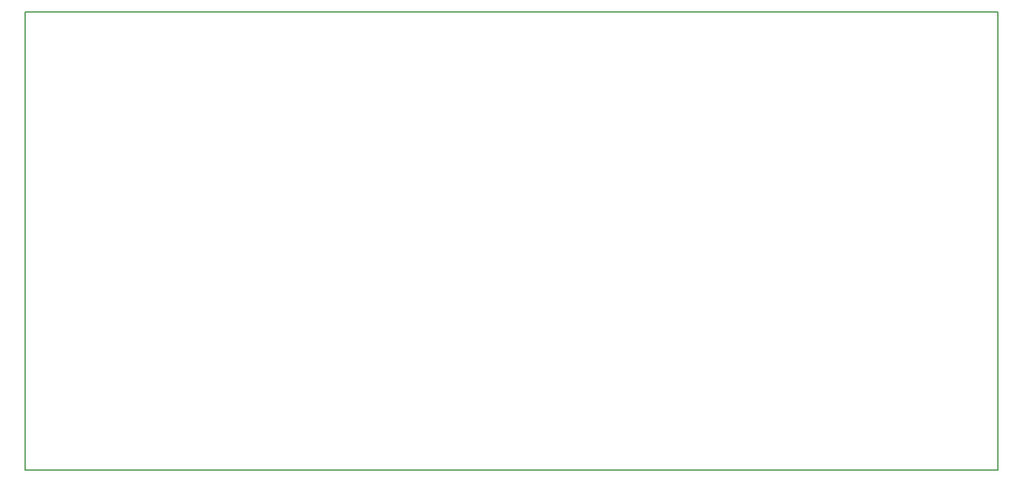
<source format=gm1>
G04 MADE WITH FRITZING*
G04 WWW.FRITZING.ORG*
G04 DOUBLE SIDED*
G04 HOLES PLATED*
G04 CONTOUR ON CENTER OF CONTOUR VECTOR*
%ASAXBY*%
%FSLAX23Y23*%
%MOIN*%
%OFA0B0*%
%SFA1.0B1.0*%
%ADD10R,5.433080X2.559060*%
%ADD11C,0.008000*%
%ADD10C,0.008*%
%LNCONTOUR*%
G90*
G70*
G54D10*
G54D11*
X4Y2555D02*
X5429Y2555D01*
X5429Y4D01*
X4Y4D01*
X4Y2555D01*
D02*
G04 End of contour*
M02*
</source>
